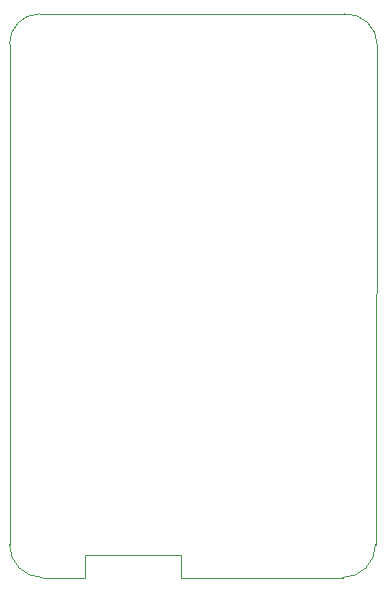
<source format=gbr>
%TF.GenerationSoftware,KiCad,Pcbnew,(6.0.1)*%
%TF.CreationDate,2022-09-11T15:04:47+02:00*%
%TF.ProjectId,trick-tracker,74726963-6b2d-4747-9261-636b65722e6b,rev?*%
%TF.SameCoordinates,Original*%
%TF.FileFunction,Profile,NP*%
%FSLAX46Y46*%
G04 Gerber Fmt 4.6, Leading zero omitted, Abs format (unit mm)*
G04 Created by KiCad (PCBNEW (6.0.1)) date 2022-09-11 15:04:47*
%MOMM*%
%LPD*%
G01*
G04 APERTURE LIST*
%TA.AperFunction,Profile*%
%ADD10C,0.050000*%
%TD*%
G04 APERTURE END LIST*
D10*
X130048000Y-134239000D02*
X130048000Y-123444000D01*
X161182146Y-91948000D02*
X161036000Y-134239000D01*
X130048000Y-123444000D02*
X130048000Y-117348000D01*
X130048000Y-117348000D02*
X130048000Y-91839051D01*
X144526000Y-135128000D02*
X136398000Y-135128000D01*
X144526000Y-137033000D02*
X144526000Y-137033000D01*
X144526000Y-137033000D02*
X144526000Y-137033000D01*
X136398000Y-137033000D02*
X132842000Y-137033000D01*
X144526000Y-135128000D02*
X144526000Y-137033000D01*
X136398000Y-135128000D02*
X136398000Y-137033000D01*
X132588000Y-89299051D02*
X158369000Y-89299051D01*
X132588000Y-89299051D02*
G75*
G03*
X130048000Y-91839051I1J-2540001D01*
G01*
X158242000Y-137033000D02*
G75*
G03*
X161036000Y-134239000I-1J2794001D01*
G01*
X158242000Y-137033000D02*
X144526000Y-137033000D01*
X161182146Y-91948000D02*
G75*
G03*
X158369000Y-89299051I-2653739J2D01*
G01*
X130048000Y-134239000D02*
G75*
G03*
X132842000Y-137033000I2794001J1D01*
G01*
M02*

</source>
